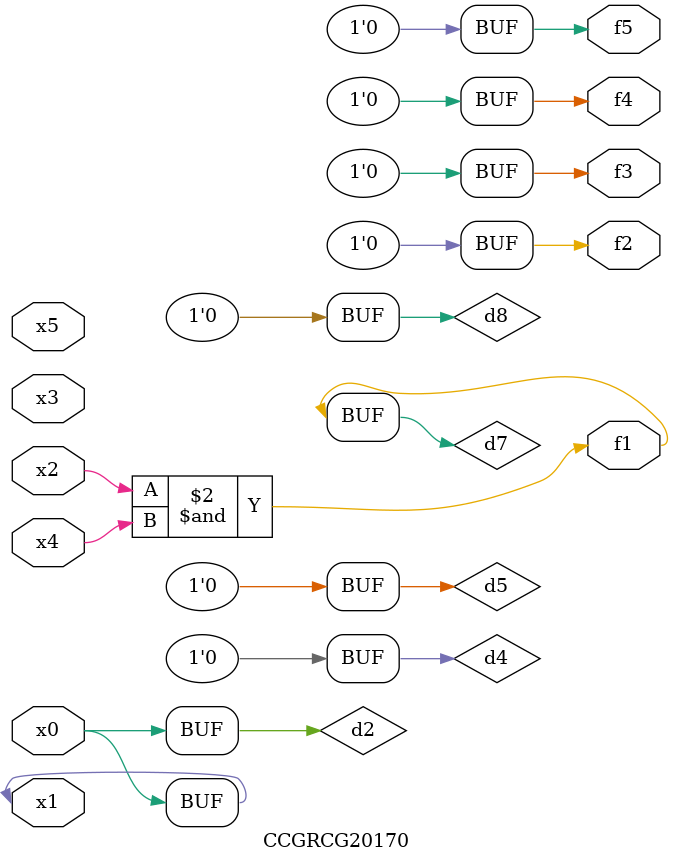
<source format=v>
module CCGRCG20170(
	input x0, x1, x2, x3, x4, x5,
	output f1, f2, f3, f4, f5
);

	wire d1, d2, d3, d4, d5, d6, d7, d8, d9;

	nand (d1, x1);
	buf (d2, x0, x1);
	nand (d3, x2, x4);
	and (d4, d1, d2);
	and (d5, d1, d2);
	nand (d6, d1, d3);
	not (d7, d3);
	xor (d8, d5);
	nor (d9, d5, d6);
	assign f1 = d7;
	assign f2 = d8;
	assign f3 = d8;
	assign f4 = d8;
	assign f5 = d8;
endmodule

</source>
